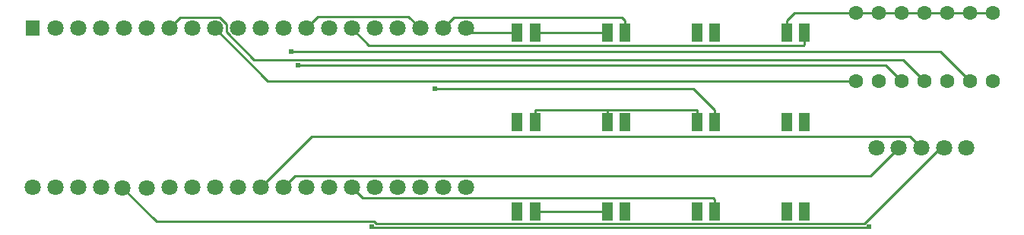
<source format=gtl>
G04 Layer: TopLayer*
G04 EasyEDA v6.5.15, 2022-09-02 19:13:46*
G04 7dfffcf241994c68a0b0b9662bae6326,4d9b886a9f2f4cb0bf4fdc89abf0ebec,10*
G04 Gerber Generator version 0.2*
G04 Scale: 100 percent, Rotated: No, Reflected: No *
G04 Dimensions in millimeters *
G04 leading zeros omitted , absolute positions ,4 integer and 5 decimal *
%FSLAX45Y45*%
%MOMM*%

%ADD10C,0.2540*%
%ADD11R,1.1989X2.1590*%
%ADD12C,1.6000*%
%ADD13C,1.8000*%
%ADD14R,1.5748X1.8000*%
%ADD15C,0.6096*%

%LPD*%
D10*
X11252972Y6972297D02*
G01*
X11212611Y6972297D01*
X10365369Y6125055D01*
X4935433Y6125055D01*
X4909601Y6150886D01*
X2485120Y6150886D01*
X2108210Y6527797D01*
X11544310Y7721597D02*
G01*
X11217564Y8048343D01*
X3982044Y8048343D01*
X3643208Y6529473D02*
G01*
X4213158Y7099424D01*
X10875909Y7099424D01*
X11003036Y6972297D01*
X10753100Y6972297D02*
G01*
X10436489Y6655686D01*
X4023420Y6655686D01*
X3897208Y6529473D01*
X10416067Y6092949D02*
G01*
X10407380Y6084262D01*
X4893396Y6084262D01*
X4885319Y6092339D01*
X8700272Y6397012D02*
G01*
X8686429Y6410855D01*
X4777826Y6410855D01*
X4659208Y6529473D01*
X8700272Y6261097D02*
G01*
X8700272Y6397012D01*
X2627208Y8307473D02*
G01*
X2746410Y8426676D01*
X3187659Y8426676D01*
X3262208Y8352127D01*
X3262208Y8266656D01*
X3572164Y7956699D01*
X10801207Y7956699D01*
X11036310Y7721597D01*
X10274310Y7721597D02*
G01*
X3721084Y7721597D01*
X3135208Y8307473D01*
X10782310Y7721597D02*
G01*
X10607202Y7896705D01*
X4063679Y7896705D01*
X9700270Y8125178D02*
G01*
X9694301Y8119209D01*
X4847473Y8119209D01*
X4659208Y8307473D01*
X9700270Y8261093D02*
G01*
X9700270Y8125178D01*
X8700272Y7261095D02*
G01*
X8700272Y7397010D01*
X8700272Y7397010D02*
G01*
X8462807Y7634475D01*
X5586206Y7634475D01*
X11798310Y8483597D02*
G01*
X11544310Y8483597D01*
X11544310Y8483597D02*
G01*
X11290310Y8483597D01*
X11290310Y8483597D02*
G01*
X11036310Y8483597D01*
X11036310Y8483597D02*
G01*
X10782310Y8483597D01*
X10782310Y8483597D02*
G01*
X10528310Y8483597D01*
X10528310Y8483597D02*
G01*
X10274310Y8483597D01*
X10274310Y8483597D02*
G01*
X9588738Y8483597D01*
X9502150Y8397008D01*
X9502150Y8261093D02*
G01*
X9502150Y8397008D01*
X7502154Y6261097D02*
G01*
X6700276Y6261097D01*
X7502154Y7397010D02*
G01*
X6700276Y7397010D01*
X6700276Y7261095D02*
G01*
X6700276Y7397010D01*
X7502154Y7261095D02*
G01*
X7502154Y7386901D01*
X7502154Y7386901D02*
G01*
X7502154Y7397010D01*
X7502154Y7397010D02*
G01*
X7502281Y7397137D01*
X8502025Y7397137D01*
X8502152Y7397010D01*
X8502152Y7261095D02*
G01*
X8502152Y7397010D01*
X7502154Y8261093D02*
G01*
X6700276Y8261093D01*
X4151208Y8307473D02*
G01*
X4281459Y8437725D01*
X5290957Y8437725D01*
X5421208Y8307473D01*
X7700274Y8397008D02*
G01*
X7669184Y8428098D01*
X5795832Y8428098D01*
X5675208Y8307473D01*
X7700274Y8261093D02*
G01*
X7700274Y8397008D01*
X6502156Y8261093D02*
G01*
X5975588Y8261093D01*
X5929208Y8307473D01*
D11*
G01*
X6502145Y8261095D03*
G01*
X6700265Y8261095D03*
G01*
X7502143Y8261095D03*
G01*
X7700263Y8261095D03*
G01*
X8502141Y8261095D03*
G01*
X8700261Y8261095D03*
G01*
X9502140Y8261095D03*
G01*
X9700259Y8261095D03*
G01*
X6502145Y7261097D03*
G01*
X6700265Y7261097D03*
G01*
X7502143Y7261097D03*
G01*
X7700263Y7261097D03*
G01*
X8502141Y7261097D03*
G01*
X8700261Y7261097D03*
G01*
X9502140Y7261097D03*
G01*
X9700259Y7261097D03*
G01*
X6502145Y6261100D03*
G01*
X6700265Y6261100D03*
G01*
X7502143Y6261100D03*
G01*
X7700263Y6261100D03*
G01*
X8502141Y6261100D03*
G01*
X8700261Y6261100D03*
G01*
X9502140Y6261100D03*
G01*
X9700259Y6261100D03*
D12*
G01*
X10274300Y8483600D03*
G01*
X10528300Y8483600D03*
G01*
X10528300Y7721600D03*
G01*
X10274300Y7721600D03*
G01*
X10782300Y8483600D03*
G01*
X10782300Y7721600D03*
G01*
X11036300Y8483600D03*
G01*
X11036300Y7721600D03*
G01*
X11290300Y8483600D03*
G01*
X11290300Y7721600D03*
G01*
X11544300Y8483600D03*
G01*
X11544300Y7721600D03*
G01*
X11798300Y8483600D03*
G01*
X11798300Y7721600D03*
D13*
G01*
X10502900Y6972300D03*
G01*
X10753090Y6972300D03*
G01*
X11003025Y6972300D03*
G01*
X11252961Y6972300D03*
G01*
X11502897Y6972300D03*
G01*
X5929198Y8307476D03*
G01*
X5675198Y8307476D03*
G01*
X5421198Y8307476D03*
G01*
X5167198Y8307476D03*
G01*
X4913198Y8307476D03*
G01*
X4659198Y8307476D03*
G01*
X4405198Y8307476D03*
G01*
X4151198Y8307476D03*
G01*
X3897198Y8307476D03*
G01*
X3643198Y8307476D03*
G01*
X3389198Y8307476D03*
G01*
X3135198Y8307476D03*
G01*
X2881198Y8307476D03*
G01*
X2627198Y8307476D03*
G01*
X2373198Y8307476D03*
G01*
X2119198Y8307476D03*
G01*
X1865198Y8307476D03*
G01*
X1611198Y8307476D03*
G01*
X1357198Y8307476D03*
D14*
G01*
X1103198Y8307476D03*
D13*
G01*
X5929198Y6529476D03*
G01*
X5675198Y6529476D03*
G01*
X5421198Y6529476D03*
G01*
X5167198Y6529476D03*
G01*
X4913198Y6529476D03*
G01*
X4659198Y6529476D03*
G01*
X4405198Y6529476D03*
G01*
X4151198Y6529476D03*
G01*
X3897198Y6529476D03*
G01*
X3643198Y6529476D03*
G01*
X3389198Y6529476D03*
G01*
X3135198Y6529476D03*
G01*
X2881198Y6529476D03*
G01*
X2627198Y6529476D03*
G01*
X2374900Y6527800D03*
G01*
X2108200Y6527800D03*
G01*
X1865198Y6529476D03*
G01*
X1611198Y6529476D03*
G01*
X1357198Y6529476D03*
G01*
X1103198Y6529476D03*
D15*
G01*
X5586196Y7634478D03*
G01*
X4063669Y7896707D03*
G01*
X4885309Y6092342D03*
G01*
X10416057Y6092952D03*
G01*
X3982034Y8048345D03*
M02*

</source>
